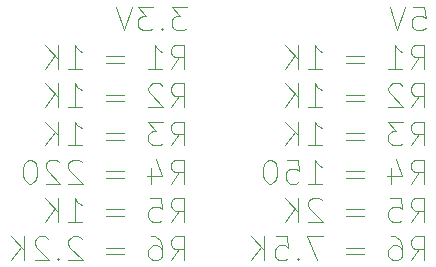
<source format=gbr>
%TF.GenerationSoftware,KiCad,Pcbnew,(7.0.0)*%
%TF.CreationDate,2023-08-10T15:30:16+02:00*%
%TF.ProjectId,JIG_MULTI,4a49475f-4d55-44c5-9449-2e6b69636164,rev?*%
%TF.SameCoordinates,Original*%
%TF.FileFunction,Legend,Bot*%
%TF.FilePolarity,Positive*%
%FSLAX46Y46*%
G04 Gerber Fmt 4.6, Leading zero omitted, Abs format (unit mm)*
G04 Created by KiCad (PCBNEW (7.0.0)) date 2023-08-10 15:30:16*
%MOMM*%
%LPD*%
G01*
G04 APERTURE LIST*
%ADD10C,0.100000*%
G04 APERTURE END LIST*
D10*
X105251428Y-72104761D02*
X106203809Y-72104761D01*
X106203809Y-72104761D02*
X106299047Y-73057142D01*
X106299047Y-73057142D02*
X106203809Y-72961904D01*
X106203809Y-72961904D02*
X106013333Y-72866666D01*
X106013333Y-72866666D02*
X105537142Y-72866666D01*
X105537142Y-72866666D02*
X105346666Y-72961904D01*
X105346666Y-72961904D02*
X105251428Y-73057142D01*
X105251428Y-73057142D02*
X105156190Y-73247619D01*
X105156190Y-73247619D02*
X105156190Y-73723809D01*
X105156190Y-73723809D02*
X105251428Y-73914285D01*
X105251428Y-73914285D02*
X105346666Y-74009523D01*
X105346666Y-74009523D02*
X105537142Y-74104761D01*
X105537142Y-74104761D02*
X106013333Y-74104761D01*
X106013333Y-74104761D02*
X106203809Y-74009523D01*
X106203809Y-74009523D02*
X106299047Y-73914285D01*
X104584761Y-72104761D02*
X103918095Y-74104761D01*
X103918095Y-74104761D02*
X103251428Y-72104761D01*
X105060952Y-77344761D02*
X105727619Y-76392380D01*
X106203809Y-77344761D02*
X106203809Y-75344761D01*
X106203809Y-75344761D02*
X105441904Y-75344761D01*
X105441904Y-75344761D02*
X105251428Y-75440000D01*
X105251428Y-75440000D02*
X105156190Y-75535238D01*
X105156190Y-75535238D02*
X105060952Y-75725714D01*
X105060952Y-75725714D02*
X105060952Y-76011428D01*
X105060952Y-76011428D02*
X105156190Y-76201904D01*
X105156190Y-76201904D02*
X105251428Y-76297142D01*
X105251428Y-76297142D02*
X105441904Y-76392380D01*
X105441904Y-76392380D02*
X106203809Y-76392380D01*
X103156190Y-77344761D02*
X104299047Y-77344761D01*
X103727619Y-77344761D02*
X103727619Y-75344761D01*
X103727619Y-75344761D02*
X103918095Y-75630476D01*
X103918095Y-75630476D02*
X104108571Y-75820952D01*
X104108571Y-75820952D02*
X104299047Y-75916190D01*
X101099047Y-76297142D02*
X99575238Y-76297142D01*
X99575238Y-76868571D02*
X101099047Y-76868571D01*
X96375238Y-77344761D02*
X97518095Y-77344761D01*
X96946667Y-77344761D02*
X96946667Y-75344761D01*
X96946667Y-75344761D02*
X97137143Y-75630476D01*
X97137143Y-75630476D02*
X97327619Y-75820952D01*
X97327619Y-75820952D02*
X97518095Y-75916190D01*
X95518095Y-77344761D02*
X95518095Y-75344761D01*
X94375238Y-77344761D02*
X95232381Y-76201904D01*
X94375238Y-75344761D02*
X95518095Y-76487619D01*
X105060952Y-80584761D02*
X105727619Y-79632380D01*
X106203809Y-80584761D02*
X106203809Y-78584761D01*
X106203809Y-78584761D02*
X105441904Y-78584761D01*
X105441904Y-78584761D02*
X105251428Y-78680000D01*
X105251428Y-78680000D02*
X105156190Y-78775238D01*
X105156190Y-78775238D02*
X105060952Y-78965714D01*
X105060952Y-78965714D02*
X105060952Y-79251428D01*
X105060952Y-79251428D02*
X105156190Y-79441904D01*
X105156190Y-79441904D02*
X105251428Y-79537142D01*
X105251428Y-79537142D02*
X105441904Y-79632380D01*
X105441904Y-79632380D02*
X106203809Y-79632380D01*
X104299047Y-78775238D02*
X104203809Y-78680000D01*
X104203809Y-78680000D02*
X104013333Y-78584761D01*
X104013333Y-78584761D02*
X103537142Y-78584761D01*
X103537142Y-78584761D02*
X103346666Y-78680000D01*
X103346666Y-78680000D02*
X103251428Y-78775238D01*
X103251428Y-78775238D02*
X103156190Y-78965714D01*
X103156190Y-78965714D02*
X103156190Y-79156190D01*
X103156190Y-79156190D02*
X103251428Y-79441904D01*
X103251428Y-79441904D02*
X104394285Y-80584761D01*
X104394285Y-80584761D02*
X103156190Y-80584761D01*
X101099047Y-79537142D02*
X99575238Y-79537142D01*
X99575238Y-80108571D02*
X101099047Y-80108571D01*
X96375238Y-80584761D02*
X97518095Y-80584761D01*
X96946667Y-80584761D02*
X96946667Y-78584761D01*
X96946667Y-78584761D02*
X97137143Y-78870476D01*
X97137143Y-78870476D02*
X97327619Y-79060952D01*
X97327619Y-79060952D02*
X97518095Y-79156190D01*
X95518095Y-80584761D02*
X95518095Y-78584761D01*
X94375238Y-80584761D02*
X95232381Y-79441904D01*
X94375238Y-78584761D02*
X95518095Y-79727619D01*
X105060952Y-83824761D02*
X105727619Y-82872380D01*
X106203809Y-83824761D02*
X106203809Y-81824761D01*
X106203809Y-81824761D02*
X105441904Y-81824761D01*
X105441904Y-81824761D02*
X105251428Y-81920000D01*
X105251428Y-81920000D02*
X105156190Y-82015238D01*
X105156190Y-82015238D02*
X105060952Y-82205714D01*
X105060952Y-82205714D02*
X105060952Y-82491428D01*
X105060952Y-82491428D02*
X105156190Y-82681904D01*
X105156190Y-82681904D02*
X105251428Y-82777142D01*
X105251428Y-82777142D02*
X105441904Y-82872380D01*
X105441904Y-82872380D02*
X106203809Y-82872380D01*
X104394285Y-81824761D02*
X103156190Y-81824761D01*
X103156190Y-81824761D02*
X103822857Y-82586666D01*
X103822857Y-82586666D02*
X103537142Y-82586666D01*
X103537142Y-82586666D02*
X103346666Y-82681904D01*
X103346666Y-82681904D02*
X103251428Y-82777142D01*
X103251428Y-82777142D02*
X103156190Y-82967619D01*
X103156190Y-82967619D02*
X103156190Y-83443809D01*
X103156190Y-83443809D02*
X103251428Y-83634285D01*
X103251428Y-83634285D02*
X103346666Y-83729523D01*
X103346666Y-83729523D02*
X103537142Y-83824761D01*
X103537142Y-83824761D02*
X104108571Y-83824761D01*
X104108571Y-83824761D02*
X104299047Y-83729523D01*
X104299047Y-83729523D02*
X104394285Y-83634285D01*
X101099047Y-82777142D02*
X99575238Y-82777142D01*
X99575238Y-83348571D02*
X101099047Y-83348571D01*
X96375238Y-83824761D02*
X97518095Y-83824761D01*
X96946667Y-83824761D02*
X96946667Y-81824761D01*
X96946667Y-81824761D02*
X97137143Y-82110476D01*
X97137143Y-82110476D02*
X97327619Y-82300952D01*
X97327619Y-82300952D02*
X97518095Y-82396190D01*
X95518095Y-83824761D02*
X95518095Y-81824761D01*
X94375238Y-83824761D02*
X95232381Y-82681904D01*
X94375238Y-81824761D02*
X95518095Y-82967619D01*
X105060952Y-87064761D02*
X105727619Y-86112380D01*
X106203809Y-87064761D02*
X106203809Y-85064761D01*
X106203809Y-85064761D02*
X105441904Y-85064761D01*
X105441904Y-85064761D02*
X105251428Y-85160000D01*
X105251428Y-85160000D02*
X105156190Y-85255238D01*
X105156190Y-85255238D02*
X105060952Y-85445714D01*
X105060952Y-85445714D02*
X105060952Y-85731428D01*
X105060952Y-85731428D02*
X105156190Y-85921904D01*
X105156190Y-85921904D02*
X105251428Y-86017142D01*
X105251428Y-86017142D02*
X105441904Y-86112380D01*
X105441904Y-86112380D02*
X106203809Y-86112380D01*
X103346666Y-85731428D02*
X103346666Y-87064761D01*
X103822857Y-84969523D02*
X104299047Y-86398095D01*
X104299047Y-86398095D02*
X103060952Y-86398095D01*
X101099047Y-86017142D02*
X99575238Y-86017142D01*
X99575238Y-86588571D02*
X101099047Y-86588571D01*
X96375238Y-87064761D02*
X97518095Y-87064761D01*
X96946667Y-87064761D02*
X96946667Y-85064761D01*
X96946667Y-85064761D02*
X97137143Y-85350476D01*
X97137143Y-85350476D02*
X97327619Y-85540952D01*
X97327619Y-85540952D02*
X97518095Y-85636190D01*
X94565714Y-85064761D02*
X95518095Y-85064761D01*
X95518095Y-85064761D02*
X95613333Y-86017142D01*
X95613333Y-86017142D02*
X95518095Y-85921904D01*
X95518095Y-85921904D02*
X95327619Y-85826666D01*
X95327619Y-85826666D02*
X94851428Y-85826666D01*
X94851428Y-85826666D02*
X94660952Y-85921904D01*
X94660952Y-85921904D02*
X94565714Y-86017142D01*
X94565714Y-86017142D02*
X94470476Y-86207619D01*
X94470476Y-86207619D02*
X94470476Y-86683809D01*
X94470476Y-86683809D02*
X94565714Y-86874285D01*
X94565714Y-86874285D02*
X94660952Y-86969523D01*
X94660952Y-86969523D02*
X94851428Y-87064761D01*
X94851428Y-87064761D02*
X95327619Y-87064761D01*
X95327619Y-87064761D02*
X95518095Y-86969523D01*
X95518095Y-86969523D02*
X95613333Y-86874285D01*
X93232381Y-85064761D02*
X93041904Y-85064761D01*
X93041904Y-85064761D02*
X92851428Y-85160000D01*
X92851428Y-85160000D02*
X92756190Y-85255238D01*
X92756190Y-85255238D02*
X92660952Y-85445714D01*
X92660952Y-85445714D02*
X92565714Y-85826666D01*
X92565714Y-85826666D02*
X92565714Y-86302857D01*
X92565714Y-86302857D02*
X92660952Y-86683809D01*
X92660952Y-86683809D02*
X92756190Y-86874285D01*
X92756190Y-86874285D02*
X92851428Y-86969523D01*
X92851428Y-86969523D02*
X93041904Y-87064761D01*
X93041904Y-87064761D02*
X93232381Y-87064761D01*
X93232381Y-87064761D02*
X93422857Y-86969523D01*
X93422857Y-86969523D02*
X93518095Y-86874285D01*
X93518095Y-86874285D02*
X93613333Y-86683809D01*
X93613333Y-86683809D02*
X93708571Y-86302857D01*
X93708571Y-86302857D02*
X93708571Y-85826666D01*
X93708571Y-85826666D02*
X93613333Y-85445714D01*
X93613333Y-85445714D02*
X93518095Y-85255238D01*
X93518095Y-85255238D02*
X93422857Y-85160000D01*
X93422857Y-85160000D02*
X93232381Y-85064761D01*
X105060952Y-90304761D02*
X105727619Y-89352380D01*
X106203809Y-90304761D02*
X106203809Y-88304761D01*
X106203809Y-88304761D02*
X105441904Y-88304761D01*
X105441904Y-88304761D02*
X105251428Y-88400000D01*
X105251428Y-88400000D02*
X105156190Y-88495238D01*
X105156190Y-88495238D02*
X105060952Y-88685714D01*
X105060952Y-88685714D02*
X105060952Y-88971428D01*
X105060952Y-88971428D02*
X105156190Y-89161904D01*
X105156190Y-89161904D02*
X105251428Y-89257142D01*
X105251428Y-89257142D02*
X105441904Y-89352380D01*
X105441904Y-89352380D02*
X106203809Y-89352380D01*
X103251428Y-88304761D02*
X104203809Y-88304761D01*
X104203809Y-88304761D02*
X104299047Y-89257142D01*
X104299047Y-89257142D02*
X104203809Y-89161904D01*
X104203809Y-89161904D02*
X104013333Y-89066666D01*
X104013333Y-89066666D02*
X103537142Y-89066666D01*
X103537142Y-89066666D02*
X103346666Y-89161904D01*
X103346666Y-89161904D02*
X103251428Y-89257142D01*
X103251428Y-89257142D02*
X103156190Y-89447619D01*
X103156190Y-89447619D02*
X103156190Y-89923809D01*
X103156190Y-89923809D02*
X103251428Y-90114285D01*
X103251428Y-90114285D02*
X103346666Y-90209523D01*
X103346666Y-90209523D02*
X103537142Y-90304761D01*
X103537142Y-90304761D02*
X104013333Y-90304761D01*
X104013333Y-90304761D02*
X104203809Y-90209523D01*
X104203809Y-90209523D02*
X104299047Y-90114285D01*
X101099047Y-89257142D02*
X99575238Y-89257142D01*
X99575238Y-89828571D02*
X101099047Y-89828571D01*
X97518095Y-88495238D02*
X97422857Y-88400000D01*
X97422857Y-88400000D02*
X97232381Y-88304761D01*
X97232381Y-88304761D02*
X96756190Y-88304761D01*
X96756190Y-88304761D02*
X96565714Y-88400000D01*
X96565714Y-88400000D02*
X96470476Y-88495238D01*
X96470476Y-88495238D02*
X96375238Y-88685714D01*
X96375238Y-88685714D02*
X96375238Y-88876190D01*
X96375238Y-88876190D02*
X96470476Y-89161904D01*
X96470476Y-89161904D02*
X97613333Y-90304761D01*
X97613333Y-90304761D02*
X96375238Y-90304761D01*
X95518095Y-90304761D02*
X95518095Y-88304761D01*
X94375238Y-90304761D02*
X95232381Y-89161904D01*
X94375238Y-88304761D02*
X95518095Y-89447619D01*
X105060952Y-93544761D02*
X105727619Y-92592380D01*
X106203809Y-93544761D02*
X106203809Y-91544761D01*
X106203809Y-91544761D02*
X105441904Y-91544761D01*
X105441904Y-91544761D02*
X105251428Y-91640000D01*
X105251428Y-91640000D02*
X105156190Y-91735238D01*
X105156190Y-91735238D02*
X105060952Y-91925714D01*
X105060952Y-91925714D02*
X105060952Y-92211428D01*
X105060952Y-92211428D02*
X105156190Y-92401904D01*
X105156190Y-92401904D02*
X105251428Y-92497142D01*
X105251428Y-92497142D02*
X105441904Y-92592380D01*
X105441904Y-92592380D02*
X106203809Y-92592380D01*
X103346666Y-91544761D02*
X103727619Y-91544761D01*
X103727619Y-91544761D02*
X103918095Y-91640000D01*
X103918095Y-91640000D02*
X104013333Y-91735238D01*
X104013333Y-91735238D02*
X104203809Y-92020952D01*
X104203809Y-92020952D02*
X104299047Y-92401904D01*
X104299047Y-92401904D02*
X104299047Y-93163809D01*
X104299047Y-93163809D02*
X104203809Y-93354285D01*
X104203809Y-93354285D02*
X104108571Y-93449523D01*
X104108571Y-93449523D02*
X103918095Y-93544761D01*
X103918095Y-93544761D02*
X103537142Y-93544761D01*
X103537142Y-93544761D02*
X103346666Y-93449523D01*
X103346666Y-93449523D02*
X103251428Y-93354285D01*
X103251428Y-93354285D02*
X103156190Y-93163809D01*
X103156190Y-93163809D02*
X103156190Y-92687619D01*
X103156190Y-92687619D02*
X103251428Y-92497142D01*
X103251428Y-92497142D02*
X103346666Y-92401904D01*
X103346666Y-92401904D02*
X103537142Y-92306666D01*
X103537142Y-92306666D02*
X103918095Y-92306666D01*
X103918095Y-92306666D02*
X104108571Y-92401904D01*
X104108571Y-92401904D02*
X104203809Y-92497142D01*
X104203809Y-92497142D02*
X104299047Y-92687619D01*
X101099047Y-92497142D02*
X99575238Y-92497142D01*
X99575238Y-93068571D02*
X101099047Y-93068571D01*
X97613333Y-91544761D02*
X96280000Y-91544761D01*
X96280000Y-91544761D02*
X97137143Y-93544761D01*
X95518095Y-93354285D02*
X95422857Y-93449523D01*
X95422857Y-93449523D02*
X95518095Y-93544761D01*
X95518095Y-93544761D02*
X95613333Y-93449523D01*
X95613333Y-93449523D02*
X95518095Y-93354285D01*
X95518095Y-93354285D02*
X95518095Y-93544761D01*
X93613333Y-91544761D02*
X94565714Y-91544761D01*
X94565714Y-91544761D02*
X94660952Y-92497142D01*
X94660952Y-92497142D02*
X94565714Y-92401904D01*
X94565714Y-92401904D02*
X94375238Y-92306666D01*
X94375238Y-92306666D02*
X93899047Y-92306666D01*
X93899047Y-92306666D02*
X93708571Y-92401904D01*
X93708571Y-92401904D02*
X93613333Y-92497142D01*
X93613333Y-92497142D02*
X93518095Y-92687619D01*
X93518095Y-92687619D02*
X93518095Y-93163809D01*
X93518095Y-93163809D02*
X93613333Y-93354285D01*
X93613333Y-93354285D02*
X93708571Y-93449523D01*
X93708571Y-93449523D02*
X93899047Y-93544761D01*
X93899047Y-93544761D02*
X94375238Y-93544761D01*
X94375238Y-93544761D02*
X94565714Y-93449523D01*
X94565714Y-93449523D02*
X94660952Y-93354285D01*
X92660952Y-93544761D02*
X92660952Y-91544761D01*
X91518095Y-93544761D02*
X92375238Y-92401904D01*
X91518095Y-91544761D02*
X92660952Y-92687619D01*
X86074285Y-72104761D02*
X84836190Y-72104761D01*
X84836190Y-72104761D02*
X85502857Y-72866666D01*
X85502857Y-72866666D02*
X85217142Y-72866666D01*
X85217142Y-72866666D02*
X85026666Y-72961904D01*
X85026666Y-72961904D02*
X84931428Y-73057142D01*
X84931428Y-73057142D02*
X84836190Y-73247619D01*
X84836190Y-73247619D02*
X84836190Y-73723809D01*
X84836190Y-73723809D02*
X84931428Y-73914285D01*
X84931428Y-73914285D02*
X85026666Y-74009523D01*
X85026666Y-74009523D02*
X85217142Y-74104761D01*
X85217142Y-74104761D02*
X85788571Y-74104761D01*
X85788571Y-74104761D02*
X85979047Y-74009523D01*
X85979047Y-74009523D02*
X86074285Y-73914285D01*
X83979047Y-73914285D02*
X83883809Y-74009523D01*
X83883809Y-74009523D02*
X83979047Y-74104761D01*
X83979047Y-74104761D02*
X84074285Y-74009523D01*
X84074285Y-74009523D02*
X83979047Y-73914285D01*
X83979047Y-73914285D02*
X83979047Y-74104761D01*
X83217142Y-72104761D02*
X81979047Y-72104761D01*
X81979047Y-72104761D02*
X82645714Y-72866666D01*
X82645714Y-72866666D02*
X82359999Y-72866666D01*
X82359999Y-72866666D02*
X82169523Y-72961904D01*
X82169523Y-72961904D02*
X82074285Y-73057142D01*
X82074285Y-73057142D02*
X81979047Y-73247619D01*
X81979047Y-73247619D02*
X81979047Y-73723809D01*
X81979047Y-73723809D02*
X82074285Y-73914285D01*
X82074285Y-73914285D02*
X82169523Y-74009523D01*
X82169523Y-74009523D02*
X82359999Y-74104761D01*
X82359999Y-74104761D02*
X82931428Y-74104761D01*
X82931428Y-74104761D02*
X83121904Y-74009523D01*
X83121904Y-74009523D02*
X83217142Y-73914285D01*
X81407618Y-72104761D02*
X80740952Y-74104761D01*
X80740952Y-74104761D02*
X80074285Y-72104761D01*
X84740952Y-77344761D02*
X85407619Y-76392380D01*
X85883809Y-77344761D02*
X85883809Y-75344761D01*
X85883809Y-75344761D02*
X85121904Y-75344761D01*
X85121904Y-75344761D02*
X84931428Y-75440000D01*
X84931428Y-75440000D02*
X84836190Y-75535238D01*
X84836190Y-75535238D02*
X84740952Y-75725714D01*
X84740952Y-75725714D02*
X84740952Y-76011428D01*
X84740952Y-76011428D02*
X84836190Y-76201904D01*
X84836190Y-76201904D02*
X84931428Y-76297142D01*
X84931428Y-76297142D02*
X85121904Y-76392380D01*
X85121904Y-76392380D02*
X85883809Y-76392380D01*
X82836190Y-77344761D02*
X83979047Y-77344761D01*
X83407619Y-77344761D02*
X83407619Y-75344761D01*
X83407619Y-75344761D02*
X83598095Y-75630476D01*
X83598095Y-75630476D02*
X83788571Y-75820952D01*
X83788571Y-75820952D02*
X83979047Y-75916190D01*
X80779047Y-76297142D02*
X79255238Y-76297142D01*
X79255238Y-76868571D02*
X80779047Y-76868571D01*
X76055238Y-77344761D02*
X77198095Y-77344761D01*
X76626667Y-77344761D02*
X76626667Y-75344761D01*
X76626667Y-75344761D02*
X76817143Y-75630476D01*
X76817143Y-75630476D02*
X77007619Y-75820952D01*
X77007619Y-75820952D02*
X77198095Y-75916190D01*
X75198095Y-77344761D02*
X75198095Y-75344761D01*
X74055238Y-77344761D02*
X74912381Y-76201904D01*
X74055238Y-75344761D02*
X75198095Y-76487619D01*
X84740952Y-80584761D02*
X85407619Y-79632380D01*
X85883809Y-80584761D02*
X85883809Y-78584761D01*
X85883809Y-78584761D02*
X85121904Y-78584761D01*
X85121904Y-78584761D02*
X84931428Y-78680000D01*
X84931428Y-78680000D02*
X84836190Y-78775238D01*
X84836190Y-78775238D02*
X84740952Y-78965714D01*
X84740952Y-78965714D02*
X84740952Y-79251428D01*
X84740952Y-79251428D02*
X84836190Y-79441904D01*
X84836190Y-79441904D02*
X84931428Y-79537142D01*
X84931428Y-79537142D02*
X85121904Y-79632380D01*
X85121904Y-79632380D02*
X85883809Y-79632380D01*
X83979047Y-78775238D02*
X83883809Y-78680000D01*
X83883809Y-78680000D02*
X83693333Y-78584761D01*
X83693333Y-78584761D02*
X83217142Y-78584761D01*
X83217142Y-78584761D02*
X83026666Y-78680000D01*
X83026666Y-78680000D02*
X82931428Y-78775238D01*
X82931428Y-78775238D02*
X82836190Y-78965714D01*
X82836190Y-78965714D02*
X82836190Y-79156190D01*
X82836190Y-79156190D02*
X82931428Y-79441904D01*
X82931428Y-79441904D02*
X84074285Y-80584761D01*
X84074285Y-80584761D02*
X82836190Y-80584761D01*
X80779047Y-79537142D02*
X79255238Y-79537142D01*
X79255238Y-80108571D02*
X80779047Y-80108571D01*
X76055238Y-80584761D02*
X77198095Y-80584761D01*
X76626667Y-80584761D02*
X76626667Y-78584761D01*
X76626667Y-78584761D02*
X76817143Y-78870476D01*
X76817143Y-78870476D02*
X77007619Y-79060952D01*
X77007619Y-79060952D02*
X77198095Y-79156190D01*
X75198095Y-80584761D02*
X75198095Y-78584761D01*
X74055238Y-80584761D02*
X74912381Y-79441904D01*
X74055238Y-78584761D02*
X75198095Y-79727619D01*
X84740952Y-83824761D02*
X85407619Y-82872380D01*
X85883809Y-83824761D02*
X85883809Y-81824761D01*
X85883809Y-81824761D02*
X85121904Y-81824761D01*
X85121904Y-81824761D02*
X84931428Y-81920000D01*
X84931428Y-81920000D02*
X84836190Y-82015238D01*
X84836190Y-82015238D02*
X84740952Y-82205714D01*
X84740952Y-82205714D02*
X84740952Y-82491428D01*
X84740952Y-82491428D02*
X84836190Y-82681904D01*
X84836190Y-82681904D02*
X84931428Y-82777142D01*
X84931428Y-82777142D02*
X85121904Y-82872380D01*
X85121904Y-82872380D02*
X85883809Y-82872380D01*
X84074285Y-81824761D02*
X82836190Y-81824761D01*
X82836190Y-81824761D02*
X83502857Y-82586666D01*
X83502857Y-82586666D02*
X83217142Y-82586666D01*
X83217142Y-82586666D02*
X83026666Y-82681904D01*
X83026666Y-82681904D02*
X82931428Y-82777142D01*
X82931428Y-82777142D02*
X82836190Y-82967619D01*
X82836190Y-82967619D02*
X82836190Y-83443809D01*
X82836190Y-83443809D02*
X82931428Y-83634285D01*
X82931428Y-83634285D02*
X83026666Y-83729523D01*
X83026666Y-83729523D02*
X83217142Y-83824761D01*
X83217142Y-83824761D02*
X83788571Y-83824761D01*
X83788571Y-83824761D02*
X83979047Y-83729523D01*
X83979047Y-83729523D02*
X84074285Y-83634285D01*
X80779047Y-82777142D02*
X79255238Y-82777142D01*
X79255238Y-83348571D02*
X80779047Y-83348571D01*
X76055238Y-83824761D02*
X77198095Y-83824761D01*
X76626667Y-83824761D02*
X76626667Y-81824761D01*
X76626667Y-81824761D02*
X76817143Y-82110476D01*
X76817143Y-82110476D02*
X77007619Y-82300952D01*
X77007619Y-82300952D02*
X77198095Y-82396190D01*
X75198095Y-83824761D02*
X75198095Y-81824761D01*
X74055238Y-83824761D02*
X74912381Y-82681904D01*
X74055238Y-81824761D02*
X75198095Y-82967619D01*
X84740952Y-87064761D02*
X85407619Y-86112380D01*
X85883809Y-87064761D02*
X85883809Y-85064761D01*
X85883809Y-85064761D02*
X85121904Y-85064761D01*
X85121904Y-85064761D02*
X84931428Y-85160000D01*
X84931428Y-85160000D02*
X84836190Y-85255238D01*
X84836190Y-85255238D02*
X84740952Y-85445714D01*
X84740952Y-85445714D02*
X84740952Y-85731428D01*
X84740952Y-85731428D02*
X84836190Y-85921904D01*
X84836190Y-85921904D02*
X84931428Y-86017142D01*
X84931428Y-86017142D02*
X85121904Y-86112380D01*
X85121904Y-86112380D02*
X85883809Y-86112380D01*
X83026666Y-85731428D02*
X83026666Y-87064761D01*
X83502857Y-84969523D02*
X83979047Y-86398095D01*
X83979047Y-86398095D02*
X82740952Y-86398095D01*
X80779047Y-86017142D02*
X79255238Y-86017142D01*
X79255238Y-86588571D02*
X80779047Y-86588571D01*
X77198095Y-85255238D02*
X77102857Y-85160000D01*
X77102857Y-85160000D02*
X76912381Y-85064761D01*
X76912381Y-85064761D02*
X76436190Y-85064761D01*
X76436190Y-85064761D02*
X76245714Y-85160000D01*
X76245714Y-85160000D02*
X76150476Y-85255238D01*
X76150476Y-85255238D02*
X76055238Y-85445714D01*
X76055238Y-85445714D02*
X76055238Y-85636190D01*
X76055238Y-85636190D02*
X76150476Y-85921904D01*
X76150476Y-85921904D02*
X77293333Y-87064761D01*
X77293333Y-87064761D02*
X76055238Y-87064761D01*
X75293333Y-85255238D02*
X75198095Y-85160000D01*
X75198095Y-85160000D02*
X75007619Y-85064761D01*
X75007619Y-85064761D02*
X74531428Y-85064761D01*
X74531428Y-85064761D02*
X74340952Y-85160000D01*
X74340952Y-85160000D02*
X74245714Y-85255238D01*
X74245714Y-85255238D02*
X74150476Y-85445714D01*
X74150476Y-85445714D02*
X74150476Y-85636190D01*
X74150476Y-85636190D02*
X74245714Y-85921904D01*
X74245714Y-85921904D02*
X75388571Y-87064761D01*
X75388571Y-87064761D02*
X74150476Y-87064761D01*
X72912381Y-85064761D02*
X72721904Y-85064761D01*
X72721904Y-85064761D02*
X72531428Y-85160000D01*
X72531428Y-85160000D02*
X72436190Y-85255238D01*
X72436190Y-85255238D02*
X72340952Y-85445714D01*
X72340952Y-85445714D02*
X72245714Y-85826666D01*
X72245714Y-85826666D02*
X72245714Y-86302857D01*
X72245714Y-86302857D02*
X72340952Y-86683809D01*
X72340952Y-86683809D02*
X72436190Y-86874285D01*
X72436190Y-86874285D02*
X72531428Y-86969523D01*
X72531428Y-86969523D02*
X72721904Y-87064761D01*
X72721904Y-87064761D02*
X72912381Y-87064761D01*
X72912381Y-87064761D02*
X73102857Y-86969523D01*
X73102857Y-86969523D02*
X73198095Y-86874285D01*
X73198095Y-86874285D02*
X73293333Y-86683809D01*
X73293333Y-86683809D02*
X73388571Y-86302857D01*
X73388571Y-86302857D02*
X73388571Y-85826666D01*
X73388571Y-85826666D02*
X73293333Y-85445714D01*
X73293333Y-85445714D02*
X73198095Y-85255238D01*
X73198095Y-85255238D02*
X73102857Y-85160000D01*
X73102857Y-85160000D02*
X72912381Y-85064761D01*
X84740952Y-90304761D02*
X85407619Y-89352380D01*
X85883809Y-90304761D02*
X85883809Y-88304761D01*
X85883809Y-88304761D02*
X85121904Y-88304761D01*
X85121904Y-88304761D02*
X84931428Y-88400000D01*
X84931428Y-88400000D02*
X84836190Y-88495238D01*
X84836190Y-88495238D02*
X84740952Y-88685714D01*
X84740952Y-88685714D02*
X84740952Y-88971428D01*
X84740952Y-88971428D02*
X84836190Y-89161904D01*
X84836190Y-89161904D02*
X84931428Y-89257142D01*
X84931428Y-89257142D02*
X85121904Y-89352380D01*
X85121904Y-89352380D02*
X85883809Y-89352380D01*
X82931428Y-88304761D02*
X83883809Y-88304761D01*
X83883809Y-88304761D02*
X83979047Y-89257142D01*
X83979047Y-89257142D02*
X83883809Y-89161904D01*
X83883809Y-89161904D02*
X83693333Y-89066666D01*
X83693333Y-89066666D02*
X83217142Y-89066666D01*
X83217142Y-89066666D02*
X83026666Y-89161904D01*
X83026666Y-89161904D02*
X82931428Y-89257142D01*
X82931428Y-89257142D02*
X82836190Y-89447619D01*
X82836190Y-89447619D02*
X82836190Y-89923809D01*
X82836190Y-89923809D02*
X82931428Y-90114285D01*
X82931428Y-90114285D02*
X83026666Y-90209523D01*
X83026666Y-90209523D02*
X83217142Y-90304761D01*
X83217142Y-90304761D02*
X83693333Y-90304761D01*
X83693333Y-90304761D02*
X83883809Y-90209523D01*
X83883809Y-90209523D02*
X83979047Y-90114285D01*
X80779047Y-89257142D02*
X79255238Y-89257142D01*
X79255238Y-89828571D02*
X80779047Y-89828571D01*
X76055238Y-90304761D02*
X77198095Y-90304761D01*
X76626667Y-90304761D02*
X76626667Y-88304761D01*
X76626667Y-88304761D02*
X76817143Y-88590476D01*
X76817143Y-88590476D02*
X77007619Y-88780952D01*
X77007619Y-88780952D02*
X77198095Y-88876190D01*
X75198095Y-90304761D02*
X75198095Y-88304761D01*
X74055238Y-90304761D02*
X74912381Y-89161904D01*
X74055238Y-88304761D02*
X75198095Y-89447619D01*
X84740952Y-93544761D02*
X85407619Y-92592380D01*
X85883809Y-93544761D02*
X85883809Y-91544761D01*
X85883809Y-91544761D02*
X85121904Y-91544761D01*
X85121904Y-91544761D02*
X84931428Y-91640000D01*
X84931428Y-91640000D02*
X84836190Y-91735238D01*
X84836190Y-91735238D02*
X84740952Y-91925714D01*
X84740952Y-91925714D02*
X84740952Y-92211428D01*
X84740952Y-92211428D02*
X84836190Y-92401904D01*
X84836190Y-92401904D02*
X84931428Y-92497142D01*
X84931428Y-92497142D02*
X85121904Y-92592380D01*
X85121904Y-92592380D02*
X85883809Y-92592380D01*
X83026666Y-91544761D02*
X83407619Y-91544761D01*
X83407619Y-91544761D02*
X83598095Y-91640000D01*
X83598095Y-91640000D02*
X83693333Y-91735238D01*
X83693333Y-91735238D02*
X83883809Y-92020952D01*
X83883809Y-92020952D02*
X83979047Y-92401904D01*
X83979047Y-92401904D02*
X83979047Y-93163809D01*
X83979047Y-93163809D02*
X83883809Y-93354285D01*
X83883809Y-93354285D02*
X83788571Y-93449523D01*
X83788571Y-93449523D02*
X83598095Y-93544761D01*
X83598095Y-93544761D02*
X83217142Y-93544761D01*
X83217142Y-93544761D02*
X83026666Y-93449523D01*
X83026666Y-93449523D02*
X82931428Y-93354285D01*
X82931428Y-93354285D02*
X82836190Y-93163809D01*
X82836190Y-93163809D02*
X82836190Y-92687619D01*
X82836190Y-92687619D02*
X82931428Y-92497142D01*
X82931428Y-92497142D02*
X83026666Y-92401904D01*
X83026666Y-92401904D02*
X83217142Y-92306666D01*
X83217142Y-92306666D02*
X83598095Y-92306666D01*
X83598095Y-92306666D02*
X83788571Y-92401904D01*
X83788571Y-92401904D02*
X83883809Y-92497142D01*
X83883809Y-92497142D02*
X83979047Y-92687619D01*
X80779047Y-92497142D02*
X79255238Y-92497142D01*
X79255238Y-93068571D02*
X80779047Y-93068571D01*
X77198095Y-91735238D02*
X77102857Y-91640000D01*
X77102857Y-91640000D02*
X76912381Y-91544761D01*
X76912381Y-91544761D02*
X76436190Y-91544761D01*
X76436190Y-91544761D02*
X76245714Y-91640000D01*
X76245714Y-91640000D02*
X76150476Y-91735238D01*
X76150476Y-91735238D02*
X76055238Y-91925714D01*
X76055238Y-91925714D02*
X76055238Y-92116190D01*
X76055238Y-92116190D02*
X76150476Y-92401904D01*
X76150476Y-92401904D02*
X77293333Y-93544761D01*
X77293333Y-93544761D02*
X76055238Y-93544761D01*
X75198095Y-93354285D02*
X75102857Y-93449523D01*
X75102857Y-93449523D02*
X75198095Y-93544761D01*
X75198095Y-93544761D02*
X75293333Y-93449523D01*
X75293333Y-93449523D02*
X75198095Y-93354285D01*
X75198095Y-93354285D02*
X75198095Y-93544761D01*
X74340952Y-91735238D02*
X74245714Y-91640000D01*
X74245714Y-91640000D02*
X74055238Y-91544761D01*
X74055238Y-91544761D02*
X73579047Y-91544761D01*
X73579047Y-91544761D02*
X73388571Y-91640000D01*
X73388571Y-91640000D02*
X73293333Y-91735238D01*
X73293333Y-91735238D02*
X73198095Y-91925714D01*
X73198095Y-91925714D02*
X73198095Y-92116190D01*
X73198095Y-92116190D02*
X73293333Y-92401904D01*
X73293333Y-92401904D02*
X74436190Y-93544761D01*
X74436190Y-93544761D02*
X73198095Y-93544761D01*
X72340952Y-93544761D02*
X72340952Y-91544761D01*
X71198095Y-93544761D02*
X72055238Y-92401904D01*
X71198095Y-91544761D02*
X72340952Y-92687619D01*
M02*

</source>
